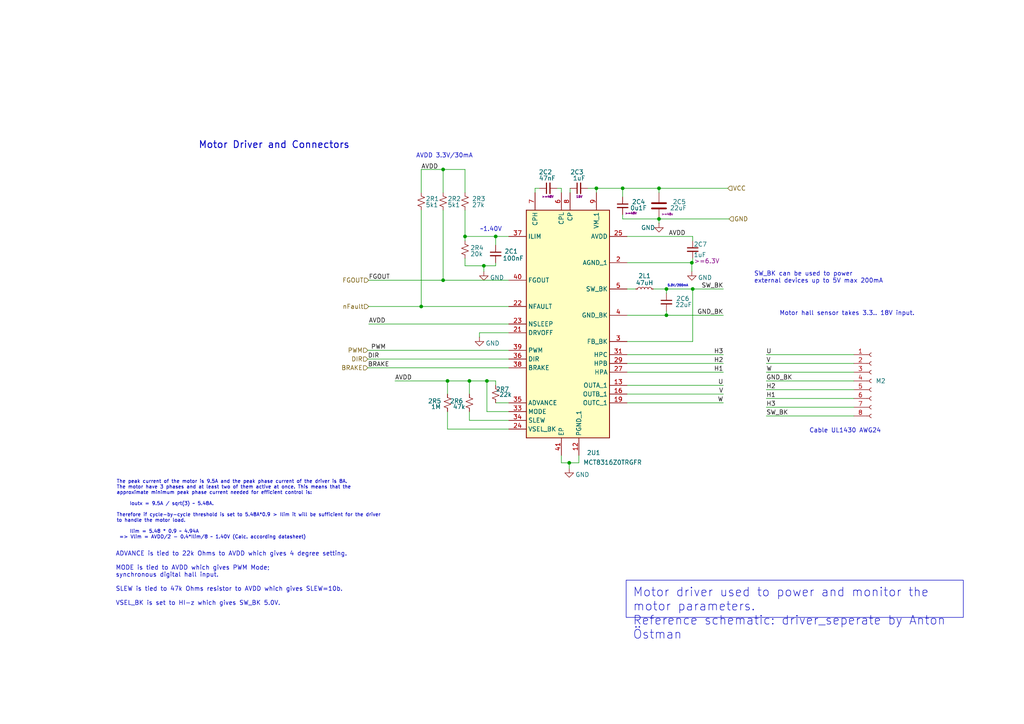
<source format=kicad_sch>
(kicad_sch (version 20231120) (generator "eeschema") (generator_version "8.0")
  (paper "A4")
  (lib_symbols
    (symbol "Connector:Conn_01x08_Socket" (pin_names (offset 1.016) hide)
      (property "Reference" "J" (at 0 10.16 0))
      (property "Value" "Conn_01x08_Socket" (at 0 -12.7 0))
      (symbol "Conn_01x08_Socket_1_1"
        (arc (start 0 -9.652) (mid -0.5058 -10.16) (end 0 -10.668) (stroke (width 0.1524)))
        (arc (start 0 -7.112) (mid -0.5058 -7.62) (end 0 -8.128) (stroke (width 0.1524)))
        (arc (start 0 -4.572) (mid -0.5058 -5.08) (end 0 -5.588) (stroke (width 0.1524)))
        (arc (start 0 -2.032) (mid -0.5058 -2.54) (end 0 -3.048) (stroke (width 0.1524)))
        (polyline (pts (xy -1.27 -10.16) (xy -0.508 -10.16)) (stroke (width 0.1524)))
        (polyline (pts (xy -1.27 -7.62) (xy -0.508 -7.62)) (stroke (width 0.1524)))
        (polyline (pts (xy -1.27 -5.08) (xy -0.508 -5.08)) (stroke (width 0.1524)))
        (polyline (pts (xy -1.27 -2.54) (xy -0.508 -2.54)) (stroke (width 0.1524)))
        (polyline (pts (xy -1.27 0) (xy -0.508 0)) (stroke (width 0.1524)))
        (polyline (pts (xy -1.27 2.54) (xy -0.508 2.54)) (stroke (width 0.1524)))
        (polyline (pts (xy -1.27 5.08) (xy -0.508 5.08)) (stroke (width 0.1524)))
        (polyline (pts (xy -1.27 7.62) (xy -0.508 7.62)) (stroke (width 0.1524)))
        (arc (start 0 0.508) (mid -0.5058 0) (end 0 -0.508) (stroke (width 0.1524)))
        (arc (start 0 3.048) (mid -0.5058 2.54) (end 0 2.032) (stroke (width 0.1524)))
        (arc (start 0 5.588) (mid -0.5058 5.08) (end 0 4.572) (stroke (width 0.1524)))
        (arc (start 0 8.128) (mid -0.5058 7.62) (end 0 7.112) (stroke (width 0.1524)))
        (pin passive line (at -5.08 7.62 0) (length 3.81) (name "Pin_1") (number "1"))
        (pin passive line (at -5.08 5.08 0) (length 3.81) (name "Pin_2") (number "2"))
        (pin passive line (at -5.08 2.54 0) (length 3.81) (name "Pin_3") (number "3"))
        (pin passive line (at -5.08 0 0) (length 3.81) (name "Pin_4") (number "4"))
        (pin passive line (at -5.08 -2.54 0) (length 3.81) (name "Pin_5") (number "5"))
        (pin passive line (at -5.08 -5.08 0) (length 3.81) (name "Pin_6") (number "6"))
        (pin passive line (at -5.08 -7.62 0) (length 3.81) (name "Pin_7") (number "7"))
        (pin passive line (at -5.08 -10.16 0) (length 3.81) (name "Pin_8") (number "8"))
      )
    )
    (symbol "Device:C" (pin_numbers hide) (pin_names (offset 0.254))
      (property "Reference" "C" (at 0.635 2.54 0))
      (property "Value" "C" (at 0.635 -2.54 0))
      (symbol "C_0_1"
        (polyline (pts (xy -2.032 -0.762) (xy 2.032 -0.762)) (stroke (width 0.508)))
        (polyline (pts (xy -2.032 0.762) (xy 2.032 0.762)) (stroke (width 0.508)))
      )
      (symbol "C_1_1"
        (pin passive line (at 0 3.81 270) (length 2.794) (name "~") (number "1"))
        (pin passive line (at 0 -3.81 90) (length 2.794) (name "~") (number "2"))
      )
    )
    (symbol "Device:C_Small" (pin_numbers hide) (pin_names (offset 0.254) hide)
      (property "Reference" "C" (at 0.254 1.778 0))
      (property "Value" "C_Small" (at 0.254 -2.032 0))
      (symbol "C_Small_0_1"
        (polyline (pts (xy -1.524 -0.508) (xy 1.524 -0.508)) (stroke (width 0.3302)))
        (polyline (pts (xy -1.524 0.508) (xy 1.524 0.508)) (stroke (width 0.3048)))
      )
      (symbol "C_Small_1_1"
        (pin passive line (at 0 2.54 270) (length 2.032) (name "~") (number "1"))
        (pin passive line (at 0 -2.54 90) (length 2.032) (name "~") (number "2"))
      )
    )
    (symbol "Device:L_Small" (pin_numbers hide) (pin_names (offset 0.254) hide)
      (property "Reference" "L" (at 0.762 1.016 0))
      (property "Value" "L_Small" (at 0.762 -1.016 0))
      (symbol "L_Small_0_1"
        (arc (start 0 -2.032) (mid 0.5058 -1.524) (end 0 -1.016))
        (arc (start 0 -1.016) (mid 0.5058 -0.508) (end 0 0))
        (arc (start 0 0) (mid 0.5058 0.508) (end 0 1.016))
        (arc (start 0 1.016) (mid 0.5058 1.524) (end 0 2.032))
      )
      (symbol "L_Small_1_1"
        (pin passive line (at 0 2.54 270) (length 0.508) (name "~") (number "1"))
        (pin passive line (at 0 -2.54 90) (length 0.508) (name "~") (number "2"))
      )
    )
    (symbol "Device:R_Small_US" (pin_numbers hide) (pin_names (offset 0.254) hide)
      (property "Reference" "R" (at 0.762 0.508 0))
      (property "Value" "R_Small_US" (at 0.762 -1.016 0))
      (symbol "R_Small_US_1_1"
        (polyline (pts (xy 0 0) (xy 1.016 -0.381) (xy 0 -0.762) (xy -1.016 -1.143) (xy 0 -1.524)))
        (polyline (pts (xy 0 1.524) (xy 1.016 1.143) (xy 0 0.762) (xy -1.016 0.381) (xy 0 0)))
        (pin passive line (at 0 2.54 270) (length 1.016) (name "~") (number "1"))
        (pin passive line (at 0 -2.54 90) (length 1.016) (name "~") (number "2"))
      )
    )
    (symbol "MCT8316Z0TQRGFRQ1:MCT8316Z0TQRGFRQ1"
      (property "Reference" "IC?" (at 5.08 -54.61 0))
      (property "Value" "MCT8316Z0TQRGFRQ1" (at 21.59 -54.61 0))
      (symbol "MCT8316Z0TQRGFRQ1_1_1"
        (rectangle (start 5.08 12.7) (end 29.21 -53.34) (stroke (width 0.254)) (fill (type background)))
        (pin no_connect line (at 29.21 -5.08 180) (length 5.08) hide (name "NC") (number "1"))
        (pin passive line (at 25.4 17.78 270) (length 5.08) hide (name "VM_2") (number "10"))
        (pin passive line (at 25.4 17.78 270) (length 5.08) hide (name "VM_3") (number "11"))
        (pin passive line (at 20.32 -58.42 90) (length 5.08) (name "PGND_1") (number "12"))
        (pin passive line (at 34.29 -38.1 180) (length 5.08) (name "OUTA_1") (number "13"))
        (pin passive line (at 34.29 -38.1 180) (length 5.08) hide (name "OUTA_2") (number "14"))
        (pin passive line (at 20.32 -58.42 90) (length 5.08) hide (name "PGND_2") (number "15"))
        (pin passive line (at 34.29 -40.64 180) (length 5.08) (name "OUTB_1") (number "16"))
        (pin passive line (at 34.29 -40.64 180) (length 5.08) hide (name "OUTB_2") (number "17"))
        (pin passive line (at 20.32 -58.42 90) (length 5.08) hide (name "PGND_3") (number "18"))
        (pin passive line (at 34.29 -43.18 180) (length 5.08) (name "OUTC_1") (number "19"))
        (pin passive line (at 34.29 -2.54 180) (length 5.08) (name "AGND_1") (number "2"))
        (pin passive line (at 34.29 -43.18 180) (length 5.08) hide (name "OUTC_2") (number "20"))
        (pin passive line (at 0 -22.86 0) (length 5.08) (name "DRVOFF") (number "21"))
        (pin passive line (at 0 -15.24 0) (length 5.08) (name "NFAULT") (number "22"))
        (pin passive line (at 0 -20.32 0) (length 5.08) (name "NSLEEP") (number "23"))
        (pin passive line (at 0 -50.8 0) (length 5.08) (name "VSEL_BK") (number "24"))
        (pin passive line (at 34.29 5.08 180) (length 5.08) (name "AVDD") (number "25"))
        (pin passive line (at 34.29 -2.54 180) (length 5.08) hide (name "AGND_2") (number "26"))
        (pin passive line (at 34.29 -34.29 180) (length 5.08) (name "HPA") (number "27"))
        (pin no_connect line (at 29.21 -21.59 180) (length 5.08) hide (name "HNA") (number "28"))
        (pin passive line (at 34.29 -31.75 180) (length 5.08) (name "HPB") (number "29"))
        (pin passive line (at 34.29 -25.4 180) (length 5.08) (name "FB_BK") (number "3"))
        (pin no_connect line (at 29.21 -21.59 180) (length 5.08) hide (name "HNB") (number "30"))
        (pin passive line (at 34.29 -29.21 180) (length 5.08) (name "HPC") (number "31"))
        (pin no_connect line (at 29.21 -21.59 180) (length 5.08) hide (name "HNC") (number "32"))
        (pin passive line (at 0 -45.72 0) (length 5.08) (name "MODE") (number "33"))
        (pin passive line (at 0 -48.26 0) (length 5.08) (name "SLEW") (number "34"))
        (pin passive line (at 0 -43.18 0) (length 5.08) (name "ADVANCE") (number "35"))
        (pin passive line (at 0 -30.48 0) (length 5.08) (name "DIR") (number "36"))
        (pin passive line (at 0 5.08 0) (length 5.08) (name "ILIM") (number "37"))
        (pin passive line (at 0 -33.02 0) (length 5.08) (name "BRAKE") (number "38"))
        (pin passive line (at 0 -27.94 0) (length 5.08) (name "PWM") (number "39"))
        (pin passive line (at 34.29 -17.78 180) (length 5.08) (name "GND_BK") (number "4"))
        (pin passive line (at 0 -7.62 0) (length 5.08) (name "FGOUT") (number "40"))
        (pin passive line (at 15.24 -58.42 90) (length 5.08) (name "EP") (number "41"))
        (pin passive line (at 34.29 -10.16 180) (length 5.08) (name "SW_BK") (number "5"))
        (pin passive line (at 15.24 17.78 270) (length 5.08) (name "CPL") (number "6"))
        (pin passive line (at 7.62 17.78 270) (length 5.08) (name "CPH") (number "7"))
        (pin passive line (at 17.78 17.78 270) (length 5.08) (name "CP") (number "8"))
        (pin passive line (at 25.4 17.78 270) (length 5.08) (name "VM_1") (number "9"))
      )
    )
    (symbol "power:GND" (power) (pin_numbers hide) (pin_names (offset 0) hide)
      (property "Value" "GND" (at 0 -3.81 0))
      (symbol "GND_0_1"
        (polyline (pts (xy 0 0) (xy 0 -1.27) (xy 1.27 -1.27) (xy 0 -2.54) (xy -1.27 -1.27) (xy 0 -1.27)))
      )
      (symbol "GND_1_1"
        (pin power_in line (at 0 0 270) (length 0) (name "~") (number "1"))
      )
    )
  )
  (junction (at 134.874 68.58))
  (junction (at 200.66 76.2))
  (junction (at 122.174 88.9))
  (junction (at 136.144 110.49))
  (junction (at 165.1 134.239))
  (junction (at 128.524 81.28))
  (junction (at 172.974 54.61))
  (junction (at 129.794 110.49))
  (junction (at 200.914 83.82))
  (junction (at 193.294 83.82))
  (junction (at 180.594 54.61))
  (junction (at 191.135 54.61))
  (junction (at 141.224 110.49))
  (junction (at 128.524 49.149))
  (junction (at 193.294 91.44))
  (junction (at 143.764 68.58))
  (junction (at 140.335 77.089))
  (junction (at 191.135 63.5))
  (wire (pts (xy 172.974 54.61) (xy 172.974 55.88)))
  (wire (pts (xy 172.974 54.61) (xy 180.594 54.61)))
  (wire (pts (xy 165.1 134.239) (xy 167.894 134.239)))
  (wire (pts (xy 122.174 49.149) (xy 128.524 49.149)))
  (wire (pts (xy 143.764 68.58) (xy 143.764 71.12)))
  (wire (pts (xy 181.864 111.76) (xy 209.804 111.76)))
  (wire (pts (xy 181.864 107.95) (xy 209.804 107.95)))
  (wire (pts (xy 193.294 83.82) (xy 193.294 85.09)))
  (wire (pts (xy 193.294 83.82) (xy 200.914 83.82)))
  (wire (pts (xy 134.874 77.089) (xy 140.335 77.089)))
  (wire (pts (xy 181.864 105.41) (xy 209.804 105.41)))
  (wire (pts (xy 191.135 63.5) (xy 211.455 63.5)))
  (wire (pts (xy 143.764 116.84) (xy 147.574 116.84)))
  (wire (pts (xy 140.335 77.089) (xy 140.335 78.74)))
  (wire (pts (xy 129.794 114.3) (xy 129.794 110.49)))
  (wire (pts (xy 134.874 77.089) (xy 134.874 74.93)))
  (wire (pts (xy 143.764 76.2) (xy 143.764 77.089)))
  (wire (pts (xy 180.594 54.61) (xy 180.594 57.15)))
  (wire (pts (xy 122.174 49.149) (xy 122.174 55.88)))
  (wire (pts (xy 155.194 54.61) (xy 155.194 55.88)))
  (wire (pts (xy 122.174 88.9) (xy 147.574 88.9)))
  (wire (pts (xy 165.1 134.239) (xy 162.814 134.239)))
  (wire (pts (xy 181.864 102.87) (xy 209.804 102.87)))
  (wire (pts (xy 222.25 107.95) (xy 247.65 107.95)))
  (wire (pts (xy 181.864 91.44) (xy 193.294 91.44)))
  (wire (pts (xy 200.914 83.82) (xy 200.914 99.06)))
  (wire (pts (xy 128.524 49.149) (xy 134.874 49.149)))
  (wire (pts (xy 139.065 96.52) (xy 147.574 96.52)))
  (wire (pts (xy 200.914 68.58) (xy 200.914 69.85)))
  (wire (pts (xy 222.25 118.11) (xy 247.65 118.11)))
  (wire (pts (xy 181.864 116.84) (xy 209.804 116.84)))
  (wire (pts (xy 129.794 124.46) (xy 147.574 124.46)))
  (wire (pts (xy 129.794 119.38) (xy 129.794 124.46)))
  (wire (pts (xy 136.144 110.49) (xy 136.144 114.3)))
  (wire (pts (xy 143.764 68.58) (xy 147.574 68.58)))
  (wire (pts (xy 129.794 110.49) (xy 136.144 110.49)))
  (wire (pts (xy 128.524 49.149) (xy 128.524 55.88)))
  (wire (pts (xy 193.294 90.17) (xy 193.294 91.44)))
  (wire (pts (xy 106.68 101.6) (xy 147.574 101.6)))
  (wire (pts (xy 180.594 54.61) (xy 191.135 54.61)))
  (wire (pts (xy 141.224 110.49) (xy 143.764 110.49)))
  (wire (pts (xy 222.25 105.41) (xy 247.65 105.41)))
  (wire (pts (xy 222.25 120.65) (xy 247.65 120.65)))
  (wire (pts (xy 200.66 76.2) (xy 200.66 78.74)))
  (wire (pts (xy 200.914 74.93) (xy 200.914 76.2)))
  (wire (pts (xy 141.224 110.49) (xy 141.224 119.38)))
  (wire (pts (xy 134.874 68.58) (xy 143.764 68.58)))
  (wire (pts (xy 134.874 49.149) (xy 134.874 55.88)))
  (wire (pts (xy 222.25 102.87) (xy 247.65 102.87)))
  (wire (pts (xy 181.864 76.2) (xy 200.66 76.2)))
  (wire (pts (xy 165.1 133.985) (xy 165.1 134.239)))
  (wire (pts (xy 140.335 77.089) (xy 143.764 77.089)))
  (wire (pts (xy 106.68 104.14) (xy 147.574 104.14)))
  (wire (pts (xy 106.934 88.9) (xy 122.174 88.9)))
  (wire (pts (xy 193.294 91.44) (xy 209.804 91.44)))
  (wire (pts (xy 181.864 99.06) (xy 200.914 99.06)))
  (wire (pts (xy 165.354 54.61) (xy 165.354 55.88)))
  (wire (pts (xy 134.874 68.58) (xy 134.874 69.85)))
  (wire (pts (xy 200.914 83.82) (xy 209.804 83.82)))
  (wire (pts (xy 189.484 83.82) (xy 193.294 83.82)))
  (wire (pts (xy 143.764 110.49) (xy 143.764 111.76)))
  (wire (pts (xy 139.065 96.52) (xy 139.065 97.79)))
  (wire (pts (xy 170.434 54.61) (xy 172.974 54.61)))
  (wire (pts (xy 162.814 54.61) (xy 161.544 54.61)))
  (wire (pts (xy 128.524 81.28) (xy 106.934 81.28)))
  (wire (pts (xy 106.934 93.98) (xy 147.574 93.98)))
  (wire (pts (xy 155.194 54.61) (xy 156.464 54.61)))
  (wire (pts (xy 165.1 134.239) (xy 165.1 135.89)))
  (wire (pts (xy 180.594 62.23) (xy 180.594 63.5)))
  (wire (pts (xy 162.814 54.61) (xy 162.814 55.88)))
  (wire (pts (xy 162.814 134.239) (xy 162.814 132.08)))
  (wire (pts (xy 141.224 119.38) (xy 147.574 119.38)))
  (wire (pts (xy 136.144 110.49) (xy 141.224 110.49)))
  (wire (pts (xy 191.135 54.61) (xy 191.135 55.88)))
  (wire (pts (xy 191.135 54.61) (xy 211.074 54.61)))
  (wire (pts (xy 106.68 106.68) (xy 147.574 106.68)))
  (wire (pts (xy 222.25 113.03) (xy 247.65 113.03)))
  (wire (pts (xy 167.894 132.08) (xy 167.894 134.239)))
  (wire (pts (xy 191.135 63.5) (xy 191.135 64.77)))
  (wire (pts (xy 128.524 60.96) (xy 128.524 81.28)))
  (wire (pts (xy 181.864 68.58) (xy 200.914 68.58)))
  (wire (pts (xy 222.25 115.57) (xy 247.65 115.57)))
  (wire (pts (xy 181.864 114.3) (xy 209.804 114.3)))
  (wire (pts (xy 200.66 76.2) (xy 200.914 76.2)))
  (wire (pts (xy 134.874 60.96) (xy 134.874 68.58)))
  (wire (pts (xy 180.594 63.5) (xy 191.135 63.5)))
  (wire (pts (xy 181.864 83.82) (xy 184.404 83.82)))
  (wire (pts (xy 114.554 110.49) (xy 129.794 110.49)))
  (wire (pts (xy 122.174 60.96) (xy 122.174 88.9)))
  (wire (pts (xy 128.524 81.28) (xy 147.574 81.28)))
  (wire (pts (xy 136.144 121.92) (xy 147.574 121.92)))
  (wire (pts (xy 222.25 110.49) (xy 247.65 110.49)))
  (wire (pts (xy 136.144 119.38) (xy 136.144 121.92)))
  (text_box "Motor driver used to power and monitor the motor parameters.\nReference schematic: driver_seperate by Anton Östman" (at 181.61 168.275 0) (size 97.79 10.795) (effects (font (size 2.54 2.54)) (justify left top)))
  (text "SW_BK can be used to power \nexternal devices up to 5V max 200mA\n" (at 218.694 82.296 0) (effects (font (size 1.27 1.27)) (justify left bottom)))
  (text "ADVANCE is tied to 22k Ohms to AVDD which gives 4 degree setting.\n\nMODE is tied to AVDD which gives PWM Mode;\nsynchronous digital hall input.\n\nSLEW is tied to 47k Ohms resistor to AVDD which gives SLEW=10b.\n\nVSEL_BK is set to HI-z which gives SW_BK 5.0V." (at 33.528 175.768 0) (effects (font (size 1.27 1.27)) (justify left bottom)))
  (text "~1.40V" (at 139.192 67.31 0) (effects (font (size 1.27 1.27)) (justify left bottom)))
  (text "Motor Driver and Connectors" (at 57.531 43.307 0) (effects (font (size 2 2) (thickness 0.254) (bold yes)) (justify left bottom)))
  (text "Cable UL1430 AWG24" (at 234.696 125.73 0) (effects (font (size 1.27 1.27)) (justify left bottom)))
  (text "AVDD 3.3V/30mA" (at 120.65 45.974 0) (effects (font (size 1.27 1.27)) (justify left bottom)))
  (text "The peak current of the motor is 9.5A and the peak phase current of the driver is 8A.\nThe motor have 3 phases and at least two of them active at once. This means that the\napproximate minimum peak phase current needed for efficient control is:\n	\n	Ioutx = 9.5A / sqrt(3) ~ 5.48A.\n\nTherefore if cycle-by-cycle threshold is set to 5.48A*0.9 > Ilim it will be sufficient for the driver\nto handle the motor load.\n\n	Ilim = 5.48 * 0.9 ~ 4.94A\n => Vlim = AVDD/2 - 0.4*Ilim/8 ~ 1.40V (Calc. according datasheet)" (at 33.782 156.464 0) (effects (font (size 1 1)) (justify left bottom)))
  (text "Motor hall sensor takes 3.3.. 18V input." (at 226.06 91.694 0) (effects (font (size 1.27 1.27)) (justify left bottom)))
  (text "5.0V/200mA" (at 193.548 83.312 0) (effects (font (size 0.635 0.635)) (justify left bottom)))
  (label "V" (at 209.804 114.3 180))
  (label "AVDD" (at 122.174 49.276 0))
  (label "H1" (at 222.25 115.57 0))
  (label "H2" (at 222.25 113.03 0))
  (label "W" (at 209.804 116.84 180))
  (label "AVDD" (at 106.934 93.98 0))
  (label "U" (at 209.804 111.76 180))
  (label "H3" (at 209.804 102.87 180))
  (label "AVDD" (at 114.554 110.49 0))
  (label "DIR" (at 106.68 104.14 0))
  (label "H2" (at 209.804 105.41 180))
  (label "GND_BK" (at 209.804 91.44 180))
  (label "SW_BK" (at 222.25 120.65 0))
  (label "H3" (at 222.25 118.11 0))
  (label "GND_BK" (at 222.25 110.49 0))
  (label "H1" (at 209.804 107.95 180))
  (label "SW_BK" (at 209.804 83.82 180))
  (label "PWM" (at 107.569 101.6 0))
  (label "W" (at 222.25 107.95 0))
  (label "U" (at 222.25 102.87 0))
  (label "BRAKE" (at 106.68 106.68 0))
  (label "AVDD" (at 193.929 68.58 0))
  (label "V" (at 222.25 105.41 0))
  (label "FGOUT" (at 106.934 81.28 0))
  (hierarchical_label "GND" (shape input) (at 211.455 63.5 0))
  (hierarchical_label "BRAKE" (shape input) (at 106.68 106.68 180))
  (hierarchical_label "FGOUT" (shape input) (at 106.934 81.28 180))
  (hierarchical_label "DIR" (shape input) (at 106.68 104.14 180))
  (hierarchical_label "VCC" (shape input) (at 211.074 54.61 0))
  (hierarchical_label "PWM" (shape input) (at 106.68 101.6 180))
  (hierarchical_label "nFault" (shape input) (at 106.934 88.9 180))
  (symbol (lib_id "Device:L_Small") (at 186.944 83.82 90) (unit 1)
    (property "Reference" "2L1" (at 186.944 80.01 90))
    (property "Value" "47uH" (at 186.944 82.042 90))
    (property "Footprint" "Inductor_SMD:L_0805_2012Metric" (effects (hide yes)))
    (property "Description" "MFR.Part # CMI201212J470KT JLCPCB Part # C105499" (effects (hide yes)))
  )
  (symbol (lib_id "Device:R_Small_US") (at 134.874 72.39 0) (unit 1)
    (property "Reference" "2R4" (at 136.398 71.882 0) (effects (justify left)))
    (property "Value" "20k" (at 136.398 73.66 0) (effects (justify left)))
    (property "Footprint" "Resistor_SMD:R_0603_1608Metric" (effects (hide yes)))
    (property "Description" "MFR.Part # 0603WAF2002T5E JLCPCB Part # C4184" (effects (hide yes)))
  )
  (symbol (lib_id "power:GND") (at 165.1 135.89 0) (unit 1)
    (property "Reference" "#PWR027" (effects (hide yes)))
    (property "Value" "GND" (at 168.91 137.668 0))
    (property "Description" "Power symbol creates a global label with name \"GND\" , ground" (effects (hide yes)))
  )
  (symbol (lib_id "Device:R_Small_US") (at 136.144 116.84 180) (unit 1)
    (property "Reference" "2R6" (at 134.366 116.332 0) (effects (justify left)))
    (property "Value" "47k" (at 135.001 117.983 0) (effects (justify left)))
    (property "Footprint" "Resistor_SMD:R_0402_1005Metric" (effects (hide yes)))
    (property "Description" "MFR.Part # 0402WGF4702TCE JLCPCB Part # C25792" (effects (hide yes)))
  )
  (symbol (lib_id "Device:C_Small") (at 167.894 54.61 90) (unit 1)
    (property "Reference" "2C3" (at 169.291 49.911 90) (effects (justify left)))
    (property "Value" "1uF" (at 169.799 51.689 90) (effects (justify left)))
    (property "Footprint" "Capacitor_SMD:C_0402_1005Metric" (effects (hide yes)))
    (property "Description" "MFR.Part # CL05A105KP5NNNC JLCPCB Part # C14445" (effects (hide yes)))
    (property "Voltage" "16V" (at 168.021 57.023 90) (effects (font (size 0.635 0.635))))
  )
  (symbol (lib_id "Device:C") (at 191.135 59.69 0) (unit 1)
    (property "Reference" "2C5" (at 195.072 58.547 0) (effects (justify left)))
    (property "Value" "22uF" (at 194.31 60.325 0) (effects (justify left)))
    (property "Footprint" "Capacitor_SMD:C_2220_5750Metric" (effects (hide yes)))
    (property "Description" "MFR.Part # FS55X226K500EHG JLCPCB Part # C784103" (effects (hide yes)))
    (property "Voltage" ">=48v" (at 193.548 62.103 0) (effects (font (size 0.635 0.635))))
  )
  (symbol (lib_id "power:GND") (at 139.065 97.79 0) (unit 1)
    (property "Reference" "#PWR025" (effects (hide yes)))
    (property "Value" "GND" (at 142.875 99.568 0))
    (property "Description" "Power symbol creates a global label with name \"GND\" , ground" (effects (hide yes)))
  )
  (symbol (lib_id "Device:R_Small_US") (at 122.174 58.42 0) (unit 1)
    (property "Reference" "2R1" (at 123.444 57.658 0) (effects (justify left)))
    (property "Value" "5k1" (at 123.444 59.436 0) (effects (justify left)))
    (property "Footprint" "Resistor_SMD:R_0603_1608Metric" (effects (hide yes)))
    (property "Description" "MFR.Part # ERJ3GEYJ512V JLCPCB Part # C403509" (effects (hide yes)))
  )
  (symbol (lib_id "Device:R_Small_US") (at 129.794 116.84 180) (unit 1)
    (property "Reference" "2R5" (at 128.016 116.332 0) (effects (justify left)))
    (property "Value" "1M" (at 127.889 117.983 0) (effects (justify left)))
    (property "Footprint" "Resistor_SMD:R_0805_2012Metric" (effects (hide yes)))
    (property "Description" "MFR.Part # RC0805FR-071ML JLCPCB Part # C107700" (effects (hide yes)))
  )
  (symbol (lib_id "Device:C_Small") (at 159.004 54.61 90) (unit 1)
    (property "Reference" "2C2" (at 160.147 49.911 90) (effects (justify left)))
    (property "Value" "47nF" (at 161.163 51.689 90) (effects (justify left)))
    (property "Footprint" "Capacitor_SMD:C_0402_1005Metric" (effects (hide yes)))
    (property "Description" "MFR.Part # CL05B473KB5VPNC JLCPCB Part # C307339" (effects (hide yes)))
    (property "Voltage" ">=48V" (at 158.877 57.023 90) (effects (font (size 0.635 0.635))))
  )
  (symbol (lib_id "Device:R_Small_US") (at 134.874 58.42 0) (unit 1)
    (property "Reference" "2R3" (at 136.906 57.658 0) (effects (justify left)))
    (property "Value" "27k" (at 136.906 59.436 0) (effects (justify left)))
    (property "Footprint" "Resistor_SMD:R_0603_1608Metric" (effects (hide yes)))
    (property "Description" "MFR.Part # 0603WAF2702T5E JLCPCB Part # C22967" (effects (hide yes)))
  )
  (symbol (lib_id "MCT8316Z0TQRGFRQ1:MCT8316Z0TQRGFRQ1") (at 147.574 73.66 0) (unit 1)
    (property "Reference" "2U1" (at 170.18 131.318 0) (effects (justify left)))
    (property "Value" "MCT8316Z0TRGFR" (at 169.164 134.112 0) (effects (justify left)))
    (property "Footprint" "motorDriver:RGF0040E-IPC_B" (effects (hide yes)))
    (property "Description" "MFR.Part # MCT8316Z0TRGFR JLCPCB Part # C3681342" (effects (hide yes)))
    (property "Reference_1" "IC" (effects (hide yes)))
    (property "Value_1" "MCT8316Z0TQRGFRQ1" (effects (hide yes)))
    (property "Footprint_1" "QFN50P500X700X100-41N-D" (effects (hide yes)))
    (property "Datasheet_1" "https://www.ti.com/lit/ds/symlink/mct8316z-q1.pdf?ts=1644468763902&ref_url=https%253A%252F%252Fwww.ti.com%252Fproduct%252FMCT8316Z-Q1" (effects (hide yes)))
    (property "Height" "1" (effects (hide yes)))
    (property "Mouser Part Number" "595-CT8316Z0TQRGFRQ1" (effects (hide yes)))
    (property "Mouser Price/Stock" "https://www.mouser.co.uk/ProductDetail/Texas-Instruments/MCT8316Z0TQRGFRQ1?qs=doiCPypUmgGjpIW3bYp16w%3D%3D" (effects (hide yes)))
    (property "Manufacturer_Name" "Texas Instruments" (effects (hide yes)))
    (property "Manufacturer_Part_Number" "MCT8316Z0TQRGFRQ1" (effects (hide yes)))
  )
  (symbol (lib_id "Device:C_Small") (at 180.594 59.69 0) (unit 1)
    (property "Reference" "2C4" (at 183.261 58.547 0) (effects (justify left)))
    (property "Value" "0u1F" (at 182.753 60.325 0) (effects (justify left)))
    (property "Footprint" "Capacitor_SMD:C_0402_1005Metric" (effects (hide yes)))
    (property "Description" "MFR.Part # CL05B104KB54PNC JLCPCB Part # C307331" (effects (hide yes)))
    (property "Voltage" ">=48V" (at 183.007 61.849 0) (effects (font (size 0.635 0.635))))
  )
  (symbol (lib_id "Device:R_Small_US") (at 143.764 114.3 180) (unit 1)
    (property "Reference" "2R7" (at 147.701 112.903 0) (effects (justify left)))
    (property "Value" "22k" (at 148.463 114.427 0) (effects (justify left)))
    (property "Footprint" "Resistor_SMD:R_0402_1005Metric" (effects (hide yes)))
    (property "Description" "MFR.Part # 0402WGJ0223TCE JLCPCB Part # C25547" (effects (hide yes)))
  )
  (symbol (lib_id "power:GND") (at 140.335 78.74 0) (unit 1)
    (property "Reference" "#PWR026" (effects (hide yes)))
    (property "Value" "GND" (at 144.145 80.518 0))
    (property "Description" "Power symbol creates a global label with name \"GND\" , ground" (effects (hide yes)))
  )
  (symbol (lib_id "Device:C_Small") (at 200.914 72.39 0) (unit 1)
    (property "Reference" "2C7" (at 201.168 70.866 0) (effects (justify left)))
    (property "Value" "1uF" (at 201.168 73.914 0) (effects (justify left)))
    (property "Footprint" "Capacitor_SMD:C_0402_1005Metric" (effects (hide yes)))
    (property "Description" "MFR.Part # GRM155R61A105KE15D JLCPCB Part # C76999" (effects (hide yes)))
    (property "Voltage" ">=6.3V" (at 204.978 75.692 0))
  )
  (symbol (lib_id "power:GND") (at 200.66 78.74 0) (unit 1)
    (property "Reference" "#PWR030" (effects (hide yes)))
    (property "Value" "GND" (at 204.47 80.518 0))
    (property "Description" "Power symbol creates a global label with name \"GND\" , ground" (effects (hide yes)))
  )
  (symbol (lib_id "power:GND") (at 191.135 64.77 0) (unit 1)
    (property "Reference" "#PWR028" (effects (hide yes)))
    (property "Value" "GND" (at 187.96 66.04 0))
    (property "Description" "Power symbol creates a global label with name \"GND\" , ground" (effects (hide yes)))
  )
  (symbol (lib_id "Device:C_Small") (at 193.294 87.63 0) (unit 1)
    (property "Reference" "2C6" (at 196.088 86.614 0) (effects (justify left)))
    (property "Value" "22uF" (at 195.834 88.392 0) (effects (justify left)))
    (property "Footprint" "Capacitor_SMD:C_0402_1005Metric" (effects (hide yes)))
    (property "Description" "MFR.Part # CL05A226MQ5QUNC JLCPCB Part # C105226" (effects (hide yes)))
  )
  (symbol (lib_id "Device:C_Small") (at 143.764 73.66 0) (unit 1)
    (property "Reference" "2C1" (at 146.304 72.898 0) (effects (justify left)))
    (property "Value" "100nF" (at 145.796 74.93 0) (effects (justify left)))
    (property "Footprint" "Capacitor_SMD:C_0402_1005Metric" (effects (hide yes)))
    (property "Description" "MFR.Part # CL05B104KO5NNNC JLCPCB Part # C1525" (effects (hide yes)))
  )
  (symbol (lib_id "Device:R_Small_US") (at 128.524 58.42 0) (unit 1)
    (property "Reference" "2R2" (at 129.794 57.658 0) (effects (justify left)))
    (property "Value" "5k1" (at 129.794 59.436 0) (effects (justify left)))
    (property "Footprint" "Resistor_SMD:R_0603_1608Metric" (effects (hide yes)))
    (property "Description" "MFR.Part # ERJ3GEYJ512V JLCPCB Part # C403509" (effects (hide yes)))
  )
  (symbol (lib_id "Connector:Conn_01x08_Socket") (at 252.73 110.49 0) (unit 1)
    (property "Reference" "M2" (at 254 110.4899 0) (effects (justify left)))
    (property "Value" "Conn_01x08_Socket" (effects (hide yes)))
    (property "Footprint" "Connector_PinHeader_2.54mm:PinHeader_1x08_P2.54mm_Vertical" (effects (hide yes)))
    (property "Description" "MFR.Part # HB-PH3-25418PB2GOP JLCPCB Part # C6332201" (effects (hide yes)))
  )
)
</source>
